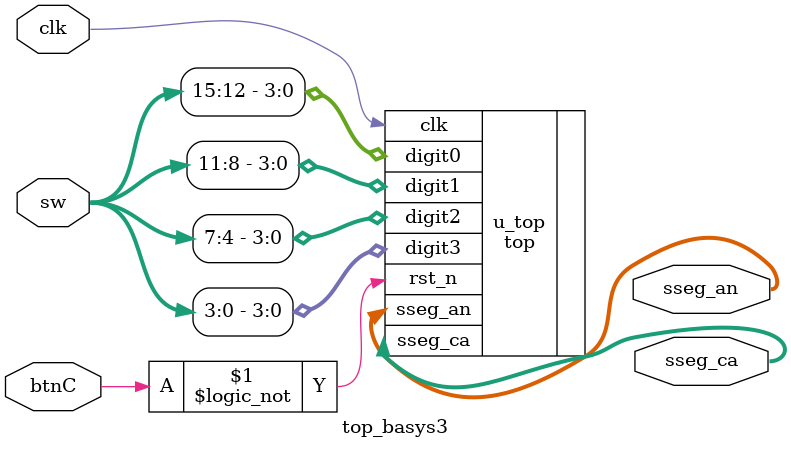
<source format=sv>
module top_basys3 (
    input wire clk,
    input wire btnC,
    input wire [15:0] sw,
    output wire [6:0] sseg_ca,
    output wire [3:0] sseg_an
);

top u_top(
    .clk(clk),
    .rst_n(!btnC),
    .digit0(sw[15:12]),
    .digit1(sw[11:8]),
    .digit2(sw[7:4]),
    .digit3(sw[3:0]),
    .sseg_ca(sseg_ca),
    .sseg_an(sseg_an)
);

endmodule

</source>
